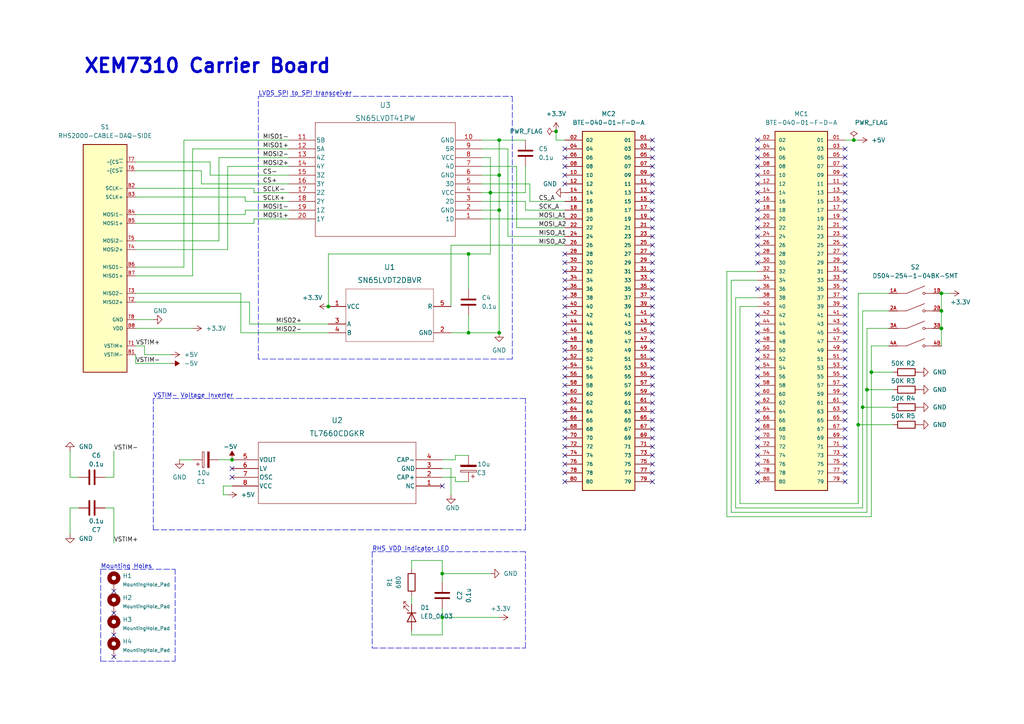
<source format=kicad_sch>
(kicad_sch (version 20211123) (generator eeschema)
  (paper "A4")
  (title_block (title "XEM7310 Carrier Board") (date "2023-12-10") (rev "1") (company "General Cybernetics Corporation"))
  (lib_symbols
    (symbol "BTE-040-01-F-D-A:BTE-040-01-F-D-A" (pin_names (offset 1.016))
      (property "Reference" "J" (at -8.12 53.34 0))
      (property "Value" "BTE-040-01-F-D-A" (at -7.62 -53.34 0))
      (symbol "BTE-040-01-F-D-A_0_0"
        (rectangle (start -7.62 -50.8) (end 7.62 53.34) (stroke (width 0.254)) (fill (type background)))
        (pin passive line (at -12.7 50.8 0) (length 5.08) (name "01") (number "01"))
        (pin passive line (at 12.7 50.8 180) (length 5.08) (name "02") (number "02"))
        (pin passive line (at -12.7 48.26 0) (length 5.08) (name "03") (number "03"))
        (pin passive line (at 12.7 48.26 180) (length 5.08) (name "04") (number "04"))
        (pin passive line (at -12.7 45.72 0) (length 5.08) (name "05") (number "05"))
        (pin passive line (at 12.7 45.72 180) (length 5.08) (name "06") (number "06"))
        (pin passive line (at -12.7 43.18 0) (length 5.08) (name "07") (number "07"))
        (pin passive line (at 12.7 43.18 180) (length 5.08) (name "08") (number "08"))
        (pin passive line (at -12.7 40.64 0) (length 5.08) (name "09") (number "09"))
        (pin passive line (at 12.7 40.64 180) (length 5.08) (name "10") (number "10"))
        (pin passive line (at -12.7 38.1 0) (length 5.08) (name "11") (number "11"))
        (pin passive line (at 12.7 38.1 180) (length 5.08) (name "12") (number "12"))
        (pin passive line (at -12.7 35.56 0) (length 5.08) (name "13") (number "13"))
        (pin passive line (at 12.7 35.56 180) (length 5.08) (name "14") (number "14"))
        (pin passive line (at -12.7 33.02 0) (length 5.08) (name "15") (number "15"))
        (pin passive line (at 12.7 33.02 180) (length 5.08) (name "16") (number "16"))
        (pin passive line (at -12.7 30.48 0) (length 5.08) (name "17") (number "17"))
        (pin passive line (at 12.7 30.48 180) (length 5.08) (name "18") (number "18"))
        (pin passive line (at -12.7 27.94 0) (length 5.08) (name "19") (number "19"))
        (pin passive line (at 12.7 27.94 180) (length 5.08) (name "20") (number "20"))
        (pin passive line (at -12.7 25.4 0) (length 5.08) (name "21") (number "21"))
        (pin passive line (at 12.7 25.4 180) (length 5.08) (name "22") (number "22"))
        (pin passive line (at -12.7 22.86 0) (length 5.08) (name "23") (number "23"))
        (pin passive line (at 12.7 22.86 180) (length 5.08) (name "24") (number "24"))
        (pin passive line (at -12.7 20.32 0) (length 5.08) (name "25") (number "25"))
        (pin passive line (at 12.7 20.32 180) (length 5.08) (name "26") (number "26"))
        (pin passive line (at -12.7 17.78 0) (length 5.08) (name "27") (number "27"))
        (pin passive line (at 12.7 17.78 180) (length 5.08) (name "28") (number "28"))
        (pin passive line (at -12.7 15.24 0) (length 5.08) (name "29") (number "29"))
        (pin passive line (at 12.7 15.24 180) (length 5.08) (name "30") (number "30"))
        (pin passive line (at -12.7 12.7 0) (length 5.08) (name "31") (number "31"))
        (pin passive line (at 12.7 12.7 180) (length 5.08) (name "32") (number "32"))
        (pin passive line (at -12.7 10.16 0) (length 5.08) (name "33") (number "33"))
        (pin passive line (at 12.7 10.16 180) (length 5.08) (name "34") (number "34"))
        (pin passive line (at -12.7 7.62 0) (length 5.08) (name "35") (number "35"))
        (pin passive line (at 12.7 7.62 180) (length 5.08) (name "36") (number "36"))
        (pin passive line (at -12.7 5.08 0) (length 5.08) (name "37") (number "37"))
        (pin passive line (at 12.7 5.08 180) (length 5.08) (name "38") (number "38"))
        (pin passive line (at -12.7 2.54 0) (length 5.08) (name "39") (number "39"))
        (pin passive line (at 12.7 2.54 180) (length 5.08) (name "40") (number "40"))
        (pin passive line (at -12.7 0 0) (length 5.08) (name "41") (number "41"))
        (pin passive line (at 12.7 0 180) (length 5.08) (name "42") (number "42"))
        (pin passive line (at -12.7 -2.54 0) (length 5.08) (name "43") (number "43"))
        (pin passive line (at 12.7 -2.54 180) (length 5.08) (name "44") (number "44"))
        (pin passive line (at -12.7 -5.08 0) (length 5.08) (name "45") (number "45"))
        (pin passive line (at 12.7 -5.08 180) (length 5.08) (name "46") (number "46"))
        (pin passive line (at -12.7 -7.62 0) (length 5.08) (name "47") (number "47"))
        (pin passive line (at 12.7 -7.62 180) (length 5.08) (name "48") (number "48"))
        (pin passive line (at -12.7 -10.16 0) (length 5.08) (name "49") (number "49"))
        (pin passive line (at 12.7 -10.16 180) (length 5.08) (name "50") (number "50"))
        (pin passive line (at -12.7 -12.7 0) (length 5.08) (name "51") (number "51"))
        (pin passive line (at 12.7 -12.7 180) (length 5.08) (name "52") (number "52"))
        (pin passive line (at -12.7 -15.24 0) (length 5.08) (name "53") (number "53"))
        (pin passive line (at 12.7 -15.24 180) (length 5.08) (name "54") (number "54"))
        (pin passive line (at -12.7 -17.78 0) (length 5.08) (name "55") (number "55"))
        (pin passive line (at 12.7 -17.78 180) (length 5.08) (name "56") (number "56"))
        (pin passive line (at -12.7 -20.32 0) (length 5.08) (name "57") (number "57"))
        (pin passive line (at 12.7 -20.32 180) (length 5.08) (name "58") (number "58"))
        (pin passive line (at -12.7 -22.86 0) (length 5.08) (name "59") (number "59"))
        (pin passive line (at 12.7 -22.86 180) (length 5.08) (name "60") (number "60"))
        (pin passive line (at -12.7 -25.4 0) (length 5.08) (name "61") (number "61"))
        (pin passive line (at 12.7 -25.4 180) (length 5.08) (name "62") (number "62"))
        (pin passive line (at -12.7 -27.94 0) (length 5.08) (name "63") (number "63"))
        (pin passive line (at 12.7 -27.94 180) (length 5.08) (name "64") (number "64"))
        (pin passive line (at -12.7 -30.48 0) (length 5.08) (name "65") (number "65"))
        (pin passive line (at 12.7 -30.48 180) (length 5.08) (name "66") (number "66"))
        (pin passive line (at -12.7 -33.02 0) (length 5.08) (name "67") (number "67"))
        (pin passive line (at 12.7 -33.02 180) (length 5.08) (name "68") (number "68"))
        (pin passive line (at -12.7 -35.56 0) (length 5.08) (name "69") (number "69"))
        (pin passive line (at 12.7 -35.56 180) (length 5.08) (name "70") (number "70"))
        (pin passive line (at -12.7 -38.1 0) (length 5.08) (name "71") (number "71"))
        (pin passive line (at 12.7 -38.1 180) (length 5.08) (name "72") (number "72"))
        (pin passive line (at -12.7 -40.64 0) (length 5.08) (name "73") (number "73"))
        (pin passive line (at 12.7 -40.64 180) (length 5.08) (name "74") (number "74"))
        (pin passive line (at -12.7 -43.18 0) (length 5.08) (name "75") (number "75"))
        (pin passive line (at 12.7 -43.18 180) (length 5.08) (name "76") (number "76"))
        (pin passive line (at -12.7 -45.72 0) (length 5.08) (name "77") (number "77"))
        (pin passive line (at 12.7 -45.72 180) (length 5.08) (name "78") (number "78"))
        (pin passive line (at -12.7 -48.26 0) (length 5.08) (name "79") (number "79"))
        (pin passive line (at 12.7 -48.26 180) (length 5.08) (name "80") (number "80"))
      )
    )
    (symbol "DS04-254-1-04BK-SMT:DS04-254-1-04BK-SMT" (pin_names (offset 1.016))
      (property "Reference" "S" (at -2.54 10.16 0))
      (property "Value" "DS04-254-1-04BK-SMT" (at -2.54 -10.16 0))
      (symbol "DS04-254-1-04BK-SMT_0_0"
        (polyline (pts (xy -2.54 -7.62) (xy -5.08 -7.62)) (stroke (width 0.1524)))
        (polyline (pts (xy -2.54 -7.62) (xy 2.794 -5.4864)) (stroke (width 0.1524)))
        (polyline (pts (xy -2.54 -2.54) (xy -5.08 -2.54)) (stroke (width 0.1524)))
        (polyline (pts (xy -2.54 -2.54) (xy 2.794 -0.4064)) (stroke (width 0.1524)))
        (polyline (pts (xy -2.54 2.54) (xy -5.08 2.54)) (stroke (width 0.1524)))
        (polyline (pts (xy -2.54 2.54) (xy 2.794 4.6736)) (stroke (width 0.1524)))
        (polyline (pts (xy -2.54 7.62) (xy -5.08 7.62)) (stroke (width 0.1524)))
        (polyline (pts (xy -2.54 7.62) (xy 2.794 9.7536)) (stroke (width 0.1524)))
        (polyline (pts (xy 5.08 -7.62) (xy 2.921 -7.62)) (stroke (width 0.1524)))
        (polyline (pts (xy 5.08 -2.54) (xy 2.921 -2.54)) (stroke (width 0.1524)))
        (polyline (pts (xy 5.08 2.54) (xy 2.921 2.54)) (stroke (width 0.1524)))
        (polyline (pts (xy 5.08 7.62) (xy 2.921 7.62)) (stroke (width 0.1524)))
        (circle (center 2.54 -7.62) (radius 0.3302) (stroke (width 0.1524)))
        (circle (center 2.54 -2.54) (radius 0.3302) (stroke (width 0.1524)))
        (circle (center 2.54 2.54) (radius 0.3302) (stroke (width 0.1524)))
        (circle (center 2.54 7.62) (radius 0.3302) (stroke (width 0.1524)))
        (pin passive line (at -7.62 7.62 0) (length 2.54) (name "~") (number "1A"))
        (pin passive line (at 7.62 7.62 180) (length 2.54) (name "~") (number "1B"))
        (pin passive line (at -7.62 2.54 0) (length 2.54) (name "~") (number "2A"))
        (pin passive line (at 7.62 2.54 180) (length 2.54) (name "~") (number "2B"))
        (pin passive line (at -7.62 -2.54 0) (length 2.54) (name "~") (number "3A"))
        (pin passive line (at 7.62 -2.54 180) (length 2.54) (name "~") (number "3B"))
        (pin passive line (at -7.62 -7.62 0) (length 2.54) (name "~") (number "4A"))
        (pin passive line (at 7.62 -7.62 180) (length 2.54) (name "~") (number "4B"))
      )
    )
    (symbol "Device:C" (pin_numbers hide) (pin_names (offset 0.254))
      (property "Reference" "C" (at 0.635 2.54 0))
      (property "Value" "C" (at 0.635 -2.54 0))
      (symbol "C_0_1"
        (polyline (pts (xy -2.032 -0.762) (xy 2.032 -0.762)) (stroke (width 0.508)))
        (polyline (pts (xy -2.032 0.762) (xy 2.032 0.762)) (stroke (width 0.508)))
      )
      (symbol "C_1_1"
        (pin passive line (at 0 3.81 270) (length 2.794) (name "~") (number "1"))
        (pin passive line (at 0 -3.81 90) (length 2.794) (name "~") (number "2"))
      )
    )
    (symbol "Device:C_Polarized" (pin_numbers hide) (pin_names (offset 0.254))
      (property "Reference" "C" (at 0.635 2.54 0))
      (property "Value" "C_Polarized" (at 0.635 -2.54 0))
      (symbol "C_Polarized_0_1"
        (rectangle (start -2.286 0.508) (end 2.286 1.016))
        (polyline (pts (xy -1.778 2.286) (xy -0.762 2.286)))
        (polyline (pts (xy -1.27 2.794) (xy -1.27 1.778)))
        (rectangle (start 2.286 -0.508) (end -2.286 -1.016) (fill (type outline)))
      )
      (symbol "C_Polarized_1_1"
        (pin passive line (at 0 3.81 270) (length 2.794) (name "~") (number "1"))
        (pin passive line (at 0 -3.81 90) (length 2.794) (name "~") (number "2"))
      )
    )
    (symbol "Device:LED" (pin_numbers hide) (pin_names (offset 1.016) hide)
      (property "Reference" "D" (at 0 2.54 0))
      (property "Value" "LED" (at 0 -2.54 0))
      (symbol "LED_0_1"
        (polyline (pts (xy -1.27 -1.27) (xy -1.27 1.27)) (stroke (width 0.254)))
        (polyline (pts (xy -1.27 0) (xy 1.27 0)))
        (polyline (pts (xy 1.27 -1.27) (xy 1.27 1.27) (xy -1.27 0) (xy 1.27 -1.27)) (stroke (width 0.254)))
        (polyline (pts (xy -3.048 -0.762) (xy -4.572 -2.286) (xy -3.81 -2.286) (xy -4.572 -2.286) (xy -4.572 -1.524)))
        (polyline (pts (xy -1.778 -0.762) (xy -3.302 -2.286) (xy -2.54 -2.286) (xy -3.302 -2.286) (xy -3.302 -1.524)))
      )
      (symbol "LED_1_1"
        (pin passive line (at -3.81 0 0) (length 2.54) (name "K") (number "1"))
        (pin passive line (at 3.81 0 180) (length 2.54) (name "A") (number "2"))
      )
    )
    (symbol "Device:R" (pin_numbers hide) (pin_names (offset 0))
      (property "Reference" "R" (at 2.032 0 90))
      (property "Value" "R" (at 0 0 90))
      (symbol "R_0_1"
        (rectangle (start -1.016 -2.54) (end 1.016 2.54) (stroke (width 0.254)))
      )
      (symbol "R_1_1"
        (pin passive line (at 0 3.81 270) (length 1.27) (name "~") (number "1"))
        (pin passive line (at 0 -3.81 90) (length 1.27) (name "~") (number "2"))
      )
    )
    (symbol "LVDT2:SN65LVDT2DBVR" (pin_names (offset 0.254))
      (property "Reference" "U" (at 0 2.54 0))
      (property "Value" "SN65LVDT2DBVR" (at 0 0 0))
      (symbol "SN65LVDT2DBVR_0_1"
        (polyline (pts (xy -12.7 -7.62) (xy 12.7 -7.62)) (stroke (width 0.1016)))
        (polyline (pts (xy -12.7 7.62) (xy -12.7 -7.62)) (stroke (width 0.1016)))
        (polyline (pts (xy 12.7 -7.62) (xy 12.7 7.62)) (stroke (width 0.1016)))
        (polyline (pts (xy 12.7 7.62) (xy -12.7 7.62)) (stroke (width 0.1016)))
        (pin unspecified line (at -17.78 2.54 0) (length 5.08) (name "VCC") (number "1"))
        (pin power_in line (at 17.78 -5.08 180) (length 5.08) (name "GND") (number "2"))
        (pin input line (at -17.78 -2.54 0) (length 5.08) (name "A") (number "3"))
        (pin input line (at -17.78 -5.08 0) (length 5.08) (name "B") (number "4"))
        (pin output line (at 17.78 2.54 180) (length 5.08) (name "R") (number "5"))
      )
    )
    (symbol "LVDT41:SN65LVDT41PW" (pin_names (offset 0.254))
      (property "Reference" "U" (at 27.94 10.16 0))
      (property "Value" "SN65LVDT41PW" (at 27.94 7.62 0))
      (symbol "SN65LVDT41PW_0_1"
        (polyline (pts (xy 7.62 -27.94) (xy 48.26 -27.94)) (stroke (width 0.127)))
        (polyline (pts (xy 7.62 5.08) (xy 7.62 -27.94)) (stroke (width 0.127)))
        (polyline (pts (xy 48.26 -27.94) (xy 48.26 5.08)) (stroke (width 0.127)))
        (polyline (pts (xy 48.26 5.08) (xy 7.62 5.08)) (stroke (width 0.127)))
        (pin input line (at 0 0 0) (length 7.62) (name "1D") (number "1"))
        (pin power_in line (at 0 -22.86 0) (length 7.62) (name "GND") (number "10"))
        (pin input line (at 55.88 -22.86 180) (length 7.62) (name "5B") (number "11"))
        (pin input line (at 55.88 -20.32 180) (length 7.62) (name "5A") (number "12"))
        (pin output line (at 55.88 -17.78 180) (length 7.62) (name "4Z") (number "13"))
        (pin output line (at 55.88 -15.24 180) (length 7.62) (name "4Y") (number "14"))
        (pin output line (at 55.88 -12.7 180) (length 7.62) (name "3Z") (number "15"))
        (pin output line (at 55.88 -10.16 180) (length 7.62) (name "3Y") (number "16"))
        (pin output line (at 55.88 -7.62 180) (length 7.62) (name "2Z") (number "17"))
        (pin output line (at 55.88 -5.08 180) (length 7.62) (name "2Y") (number "18"))
        (pin output line (at 55.88 -2.54 180) (length 7.62) (name "1Z") (number "19"))
        (pin power_in line (at 0 -2.54 0) (length 7.62) (name "GND") (number "2"))
        (pin output line (at 55.88 0 180) (length 7.62) (name "1Y") (number "20"))
        (pin input line (at 0 -5.08 0) (length 7.62) (name "2D") (number "3"))
        (pin power_in line (at 0 -7.62 0) (length 7.62) (name "VCC") (number "4"))
        (pin input line (at 0 -10.16 0) (length 7.62) (name "3D") (number "5"))
        (pin power_in line (at 0 -12.7 0) (length 7.62) (name "GND") (number "6"))
        (pin input line (at 0 -15.24 0) (length 7.62) (name "4D") (number "7"))
        (pin power_in line (at 0 -17.78 0) (length 7.62) (name "VCC") (number "8"))
        (pin input line (at 0 -20.32 0) (length 7.62) (name "5R") (number "9"))
      )
    )
    (symbol "Mechanical:MountingHole_Pad" (pin_numbers hide) (pin_names (offset 1.016) hide)
      (property "Reference" "H" (at 0 6.35 0))
      (property "Value" "MountingHole_Pad" (at 0 4.445 0))
      (symbol "MountingHole_Pad_0_1"
        (circle (center 0 1.27) (radius 1.27) (stroke (width 1.27)))
      )
      (symbol "MountingHole_Pad_1_1"
        (pin input line (at 0 -2.54 90) (length 2.54) (name "1") (number "1"))
      )
    )
    (symbol "RHS2000-CABLE-DAQ-SIDE:RHS2000-CABLE-DAQ-SIDE" (pin_names (offset 1.016))
      (property "Reference" "S" (at 33.02 -8.89 0))
      (property "Value" "RHS2000-CABLE-DAQ-SIDE" (at -33.02 -8.89 0))
      (symbol "RHS2000-CABLE-DAQ-SIDE_0_0"
        (rectangle (start -33.02 -7.62) (end 33.02 5.08) (stroke (width 0.254)) (fill (type background)))
        (pin power_in line (at 27.94 7.62 270) (length 2.54) (name "VSTIM-") (number "B1"))
        (pin bidirectional line (at -20.32 7.62 270) (length 2.54) (name "SCLK-") (number "B2"))
        (pin bidirectional line (at -17.78 7.62 270) (length 2.54) (name "SCLK+") (number "B3"))
        (pin bidirectional line (at -12.7 7.62 270) (length 2.54) (name "MOSI1-") (number "B4"))
        (pin bidirectional line (at -10.16 7.62 270) (length 2.54) (name "MOSI1+") (number "B5"))
        (pin bidirectional line (at 2.54 7.62 270) (length 2.54) (name "MISO1-") (number "B6"))
        (pin bidirectional line (at 5.08 7.62 270) (length 2.54) (name "MISO1+") (number "B7"))
        (pin bidirectional line (at 20.32 7.62 270) (length 2.54) (name "VDD") (number "B8"))
        (pin power_in line (at 25.4 7.62 270) (length 2.54) (name "VSTIM+") (number "T1"))
        (pin bidirectional line (at 12.7 7.62 270) (length 2.54) (name "MISO2+") (number "T2"))
        (pin bidirectional line (at 10.16 7.62 270) (length 2.54) (name "MISO2-") (number "T3"))
        (pin bidirectional line (at -2.54 7.62 270) (length 2.54) (name "MOSI2+") (number "T4"))
        (pin bidirectional line (at -5.08 7.62 270) (length 2.54) (name "MOSI2-") (number "T5"))
        (pin bidirectional line (at -25.4 7.62 270) (length 2.54) (name "~{CS~{+}") (number "T6"))
        (pin bidirectional line (at -27.94 7.62 270) (length 2.54) (name "~{CS~{-}") (number "T7"))
        (pin power_in line (at 17.78 7.62 270) (length 2.54) (name "GND") (number "T8"))
      )
    )
    (symbol "TL7660:TL7660CDGKR" (pin_names (offset 0.254))
      (property "Reference" "U" (at 30.48 10.16 0))
      (property "Value" "TL7660CDGKR" (at 30.48 7.62 0))
      (symbol "TL7660CDGKR_0_1"
        (polyline (pts (xy 7.62 -12.7) (xy 53.34 -12.7)) (stroke (width 0.127)))
        (polyline (pts (xy 7.62 5.08) (xy 7.62 -12.7)) (stroke (width 0.127)))
        (polyline (pts (xy 53.34 -12.7) (xy 53.34 5.08)) (stroke (width 0.127)))
        (polyline (pts (xy 53.34 5.08) (xy 7.62 5.08)) (stroke (width 0.127)))
        (pin unspecified line (at 0 0 0) (length 7.62) (name "NC") (number "1"))
        (pin unspecified line (at 0 -2.54 0) (length 7.62) (name "CAP+") (number "2"))
        (pin power_in line (at 0 -5.08 0) (length 7.62) (name "GND") (number "3"))
        (pin unspecified line (at 0 -7.62 0) (length 7.62) (name "CAP-") (number "4"))
        (pin output line (at 60.96 -7.62 180) (length 7.62) (name "VOUT") (number "5"))
        (pin unspecified line (at 60.96 -5.08 180) (length 7.62) (name "LV") (number "6"))
        (pin unspecified line (at 60.96 -2.54 180) (length 7.62) (name "OSC") (number "7"))
        (pin power_in line (at 60.96 0 180) (length 7.62) (name "VCC") (number "8"))
      )
    )
    (symbol "power:+3.3V" (power) (pin_names (offset 0))
      (property "Value" "+3.3V" (at 0 3.556 0))
      (symbol "+3.3V_0_1"
        (polyline (pts (xy -0.762 1.27) (xy 0 2.54)))
        (polyline (pts (xy 0 0) (xy 0 2.54)))
        (polyline (pts (xy 0 2.54) (xy 0.762 1.27)))
      )
      (symbol "+3.3V_1_1"
        (pin power_in line (at 0 0 90) (length 0) hide (name "+3.3V") (number "1"))
      )
    )
    (symbol "power:+5V" (power) (pin_names (offset 0))
      (property "Value" "+5V" (at 0 3.556 0))
      (symbol "+5V_0_1"
        (polyline (pts (xy -0.762 1.27) (xy 0 2.54)))
        (polyline (pts (xy 0 0) (xy 0 2.54)))
        (polyline (pts (xy 0 2.54) (xy 0.762 1.27)))
      )
      (symbol "+5V_1_1"
        (pin power_in line (at 0 0 90) (length 0) hide (name "+5V") (number "1"))
      )
    )
    (symbol "power:-5V" (power) (pin_names (offset 0))
      (property "Value" "-5V" (at 0 3.81 0))
      (symbol "-5V_0_0"
        (pin power_in line (at 0 0 90) (length 0) hide (name "-5V") (number "1"))
      )
      (symbol "-5V_0_1"
        (polyline (pts (xy 0 0) (xy 0 1.27) (xy 0.762 1.27) (xy 0 2.54) (xy -0.762 1.27) (xy 0 1.27)) (fill (type outline)))
      )
    )
    (symbol "power:GND" (power) (pin_names (offset 0))
      (property "Value" "GND" (at 0 -3.81 0))
      (symbol "GND_0_1"
        (polyline (pts (xy 0 0) (xy 0 -1.27) (xy 1.27 -1.27) (xy 0 -2.54) (xy -1.27 -1.27) (xy 0 -1.27)))
      )
      (symbol "GND_1_1"
        (pin power_in line (at 0 0 270) (length 0) hide (name "GND") (number "1"))
      )
    )
    (symbol "power:PWR_FLAG" (power) (pin_numbers hide) (pin_names (offset 0) hide)
      (property "Value" "PWR_FLAG" (at 0 3.81 0))
      (symbol "PWR_FLAG_0_0"
        (pin power_out line (at 0 0 90) (length 0) (name "pwr") (number "1"))
      )
      (symbol "PWR_FLAG_0_1"
        (polyline (pts (xy 0 0) (xy 0 1.27) (xy -1.016 1.905) (xy 0 2.54) (xy 1.016 1.905) (xy 0 1.27)))
      )
    )
  )
  (junction (at 144.78 96.52))
  (junction (at 161.29 38.1))
  (junction (at 135.89 73.66))
  (junction (at 273.05 90.17))
  (junction (at 251.46 113.03))
  (junction (at 273.05 85.09))
  (junction (at 144.78 60.96))
  (junction (at 252.73 107.95))
  (junction (at 128.27 179.07))
  (junction (at 273.05 95.25))
  (junction (at 128.27 166.37))
  (junction (at 135.89 96.52))
  (junction (at 247.65 40.64))
  (junction (at 95.25 88.9))
  (junction (at 250.19 118.11))
  (junction (at 248.92 123.19))
  (junction (at 142.24 55.88))
  (junction (at 144.78 40.64))
  (junction (at 144.78 50.8))
  (junction (at 67.31 133.35))
  (no_connect (at 219.71 116.84))
  (no_connect (at 189.23 106.68))
  (no_connect (at 163.83 91.44))
  (no_connect (at 219.71 73.66))
  (no_connect (at 163.83 99.06))
  (no_connect (at 189.23 55.88))
  (no_connect (at 163.83 132.08))
  (no_connect (at 163.83 48.26))
  (no_connect (at 245.11 48.26))
  (no_connect (at 163.83 53.34))
  (no_connect (at 245.11 68.58))
  (no_connect (at 163.83 43.18))
  (no_connect (at 245.11 43.18))
  (no_connect (at 189.23 129.54))
  (no_connect (at 189.23 91.44))
  (no_connect (at 245.11 73.66))
  (no_connect (at 189.23 73.66))
  (no_connect (at 219.71 53.34))
  (no_connect (at 163.83 96.52))
  (no_connect (at 33.02 190.5))
  (no_connect (at 245.11 106.68))
  (no_connect (at 189.23 81.28))
  (no_connect (at 219.71 63.5))
  (no_connect (at 189.23 45.72))
  (no_connect (at 219.71 109.22))
  (no_connect (at 189.23 68.58))
  (no_connect (at 189.23 88.9))
  (no_connect (at 163.83 83.82))
  (no_connect (at 245.11 60.96))
  (no_connect (at 245.11 50.8))
  (no_connect (at 219.71 129.54))
  (no_connect (at 245.11 93.98))
  (no_connect (at 219.71 101.6))
  (no_connect (at 163.83 134.62))
  (no_connect (at 219.71 45.72))
  (no_connect (at 245.11 134.62))
  (no_connect (at 189.23 134.62))
  (no_connect (at 189.23 58.42))
  (no_connect (at 163.83 73.66))
  (no_connect (at 245.11 114.3))
  (no_connect (at 189.23 43.18))
  (no_connect (at 189.23 127))
  (no_connect (at 189.23 96.52))
  (no_connect (at 163.83 116.84))
  (no_connect (at 219.71 93.98))
  (no_connect (at 245.11 53.34))
  (no_connect (at 163.83 111.76))
  (no_connect (at 245.11 71.12))
  (no_connect (at 189.23 114.3))
  (no_connect (at 245.11 86.36))
  (no_connect (at 219.71 43.18))
  (no_connect (at 245.11 91.44))
  (no_connect (at 163.83 45.72))
  (no_connect (at 245.11 109.22))
  (no_connect (at 163.83 137.16))
  (no_connect (at 189.23 71.12))
  (no_connect (at 245.11 99.06))
  (no_connect (at 245.11 55.88))
  (no_connect (at 163.83 88.9))
  (no_connect (at 189.23 60.96))
  (no_connect (at 33.02 177.8))
  (no_connect (at 189.23 86.36))
  (no_connect (at 189.23 99.06))
  (no_connect (at 163.83 109.22))
  (no_connect (at 245.11 81.28))
  (no_connect (at 163.83 114.3))
  (no_connect (at 245.11 137.16))
  (no_connect (at 219.71 114.3))
  (no_connect (at 219.71 83.82))
  (no_connect (at 67.31 135.89))
  (no_connect (at 219.71 127))
  (no_connect (at 219.71 111.76))
  (no_connect (at 163.83 106.68))
  (no_connect (at 219.71 55.88))
  (no_connect (at 163.83 119.38))
  (no_connect (at 163.83 121.92))
  (no_connect (at 33.02 184.15))
  (no_connect (at 245.11 88.9))
  (no_connect (at 219.71 91.44))
  (no_connect (at 189.23 104.14))
  (no_connect (at 219.71 121.92))
  (no_connect (at 219.71 134.62))
  (no_connect (at 219.71 48.26))
  (no_connect (at 189.23 83.82))
  (no_connect (at 219.71 104.14))
  (no_connect (at 219.71 58.42))
  (no_connect (at 219.71 99.06))
  (no_connect (at 245.11 116.84))
  (no_connect (at 245.11 124.46))
  (no_connect (at 219.71 96.52))
  (no_connect (at 219.71 119.38))
  (no_connect (at 163.83 50.8))
  (no_connect (at 245.11 119.38))
  (no_connect (at 33.02 171.45))
  (no_connect (at 163.83 104.14))
  (no_connect (at 163.83 124.46))
  (no_connect (at 245.11 45.72))
  (no_connect (at 245.11 78.74))
  (no_connect (at 219.71 66.04))
  (no_connect (at 163.83 139.7))
  (no_connect (at 219.71 50.8))
  (no_connect (at 245.11 58.42))
  (no_connect (at 189.23 124.46))
  (no_connect (at 219.71 68.58))
  (no_connect (at 189.23 50.8))
  (no_connect (at 219.71 71.12))
  (no_connect (at 245.11 66.04))
  (no_connect (at 219.71 124.46))
  (no_connect (at 189.23 53.34))
  (no_connect (at 245.11 83.82))
  (no_connect (at 189.23 137.16))
  (no_connect (at 219.71 132.08))
  (no_connect (at 163.83 78.74))
  (no_connect (at 128.27 140.97))
  (no_connect (at 245.11 76.2))
  (no_connect (at 245.11 121.92))
  (no_connect (at 245.11 127))
  (no_connect (at 245.11 104.14))
  (no_connect (at 189.23 48.26))
  (no_connect (at 189.23 93.98))
  (no_connect (at 245.11 101.6))
  (no_connect (at 163.83 129.54))
  (no_connect (at 219.71 139.7))
  (no_connect (at 189.23 132.08))
  (no_connect (at 219.71 60.96))
  (no_connect (at 189.23 63.5))
  (no_connect (at 189.23 101.6))
  (no_connect (at 245.11 96.52))
  (no_connect (at 189.23 119.38))
  (no_connect (at 189.23 40.64))
  (no_connect (at 219.71 106.68))
  (no_connect (at 219.71 40.64))
  (no_connect (at 189.23 116.84))
  (no_connect (at 219.71 137.16))
  (no_connect (at 189.23 78.74))
  (no_connect (at 163.83 93.98))
  (no_connect (at 189.23 111.76))
  (no_connect (at 219.71 76.2))
  (no_connect (at 189.23 76.2))
  (no_connect (at 163.83 101.6))
  (no_connect (at 245.11 139.7))
  (no_connect (at 163.83 81.28))
  (no_connect (at 189.23 121.92))
  (no_connect (at 163.83 86.36))
  (no_connect (at 163.83 127))
  (no_connect (at 189.23 109.22))
  (no_connect (at 245.11 63.5))
  (no_connect (at 245.11 111.76))
  (no_connect (at 245.11 129.54))
  (no_connect (at 245.11 132.08))
  (no_connect (at 67.31 138.43))
  (no_connect (at 189.23 139.7))
  (no_connect (at 189.23 66.04))
  (no_connect (at 163.83 76.2))
  (wire (pts (xy 60.96 50.8) (xy 83.82 50.8)))
  (wire (pts (xy 139.7 60.96) (xy 144.78 60.96)))
  (wire (pts (xy 119.38 162.56) (xy 128.27 162.56)))
  (wire (pts (xy 153.67 58.42) (xy 163.83 58.42)))
  (wire (pts (xy 139.7 53.34) (xy 153.67 53.34)))
  (wire (pts (xy 63.5 45.72) (xy 63.5 69.85)))
  (wire (pts (xy 58.42 53.34) (xy 83.82 53.34)))
  (wire (pts (xy 132.08 138.43) (xy 128.27 138.43)))
  (wire (pts (xy 72.39 87.63) (xy 39.37 87.63)))
  (wire (pts (xy 64.77 140.97) (xy 67.31 140.97)))
  (wire (pts (xy 130.81 96.52) (xy 135.89 96.52)))
  (wire (pts (xy 95.25 93.98) (xy 72.39 93.98)))
  (wire (pts (xy 83.82 60.96) (xy 71.12 60.96)))
  (wire (pts (xy 128.27 166.37) (xy 142.24 166.37)))
  (wire (pts (xy 39.37 72.39) (xy 66.04 72.39)))
  (wire (pts (xy 130.81 135.89) (xy 130.81 143.51)))
  (wire (pts (xy 53.34 40.64) (xy 53.34 77.47)))
  (wire (pts (xy 144.78 40.64) (xy 144.78 50.8)))
  (wire (pts (xy 119.38 182.88) (xy 119.38 184.15)))
  (wire (pts (xy 250.19 147.32) (xy 213.36 147.32)))
  (wire (pts (xy 95.25 88.9) (xy 95.25 73.66)))
  (polyline (pts (xy 107.95 187.96) (xy 152.4 187.96)))
  (wire (pts (xy 128.27 162.56) (xy 128.27 166.37)))
  (wire (pts (xy 250.19 90.17) (xy 257.81 90.17)))
  (wire (pts (xy 39.37 92.71) (xy 44.45 92.71)))
  (wire (pts (xy 41.91 102.87) (xy 49.53 102.87)))
  (wire (pts (xy 142.24 55.88) (xy 139.7 55.88)))
  (polyline (pts (xy 152.4 160.02) (xy 107.95 160.02)))
  (wire (pts (xy 83.82 45.72) (xy 63.5 45.72)))
  (wire (pts (xy 248.92 123.19) (xy 248.92 146.05)))
  (polyline (pts (xy 29.21 165.1) (xy 50.8 165.1)))
  (wire (pts (xy 210.82 149.86) (xy 210.82 78.74)))
  (wire (pts (xy 161.29 40.64) (xy 161.29 38.1)))
  (wire (pts (xy 152.4 48.26) (xy 152.4 55.88)))
  (polyline (pts (xy 44.45 153.67) (xy 152.4 153.67)))
  (wire (pts (xy 275.59 85.09) (xy 273.05 85.09)))
  (polyline (pts (xy 152.4 153.67) (xy 152.4 115.57)))
  (wire (pts (xy 147.32 68.58) (xy 163.83 68.58)))
  (wire (pts (xy 128.27 176.53) (xy 128.27 179.07)))
  (wire (pts (xy 71.12 60.96) (xy 71.12 62.23)))
  (wire (pts (xy 139.7 45.72) (xy 142.24 45.72)))
  (wire (pts (xy 152.4 58.42) (xy 139.7 58.42)))
  (polyline (pts (xy 152.4 187.96) (xy 152.4 160.02)))
  (wire (pts (xy 128.27 179.07) (xy 144.78 179.07)))
  (wire (pts (xy 147.32 43.18) (xy 147.32 68.58)))
  (wire (pts (xy 20.32 130.81) (xy 20.32 138.43)))
  (wire (pts (xy 245.11 40.64) (xy 247.65 40.64)))
  (wire (pts (xy 72.39 93.98) (xy 72.39 87.63)))
  (wire (pts (xy 144.78 96.52) (xy 144.78 60.96)))
  (wire (pts (xy 58.42 53.34) (xy 58.42 49.53)))
  (wire (pts (xy 55.88 43.18) (xy 55.88 80.01)))
  (wire (pts (xy 152.4 55.88) (xy 142.24 55.88)))
  (wire (pts (xy 251.46 148.59) (xy 212.09 148.59)))
  (wire (pts (xy 132.08 138.43) (xy 132.08 139.7)))
  (wire (pts (xy 144.78 50.8) (xy 139.7 50.8)))
  (wire (pts (xy 30.48 147.32) (xy 33.02 147.32)))
  (wire (pts (xy 248.92 123.19) (xy 259.08 123.19)))
  (wire (pts (xy 210.82 78.74) (xy 219.71 78.74)))
  (wire (pts (xy 73.66 54.61) (xy 73.66 55.88)))
  (wire (pts (xy 95.25 73.66) (xy 135.89 73.66)))
  (wire (pts (xy 135.89 73.66) (xy 142.24 73.66)))
  (wire (pts (xy 250.19 118.11) (xy 259.08 118.11)))
  (wire (pts (xy 251.46 95.25) (xy 257.81 95.25)))
  (wire (pts (xy 64.77 143.51) (xy 66.04 143.51)))
  (wire (pts (xy 163.83 40.64) (xy 161.29 40.64)))
  (wire (pts (xy 252.73 149.86) (xy 210.82 149.86)))
  (wire (pts (xy 128.27 179.07) (xy 128.27 184.15)))
  (wire (pts (xy 149.86 66.04) (xy 149.86 48.26)))
  (wire (pts (xy 248.92 85.09) (xy 257.81 85.09)))
  (wire (pts (xy 83.82 40.64) (xy 53.34 40.64)))
  (wire (pts (xy 214.63 88.9) (xy 219.71 88.9)))
  (wire (pts (xy 139.7 63.5) (xy 163.83 63.5)))
  (wire (pts (xy 132.08 133.35) (xy 128.27 133.35)))
  (wire (pts (xy 251.46 113.03) (xy 251.46 148.59)))
  (wire (pts (xy 251.46 95.25) (xy 251.46 113.03)))
  (wire (pts (xy 252.73 107.95) (xy 259.08 107.95)))
  (wire (pts (xy 128.27 135.89) (xy 130.81 135.89)))
  (wire (pts (xy 163.83 71.12) (xy 130.81 71.12)))
  (wire (pts (xy 132.08 139.7) (xy 135.89 139.7)))
  (wire (pts (xy 250.19 90.17) (xy 250.19 118.11)))
  (wire (pts (xy 247.65 40.64) (xy 248.92 40.64)))
  (wire (pts (xy 39.37 54.61) (xy 73.66 54.61)))
  (wire (pts (xy 135.89 96.52) (xy 144.78 96.52)))
  (wire (pts (xy 63.5 133.35) (xy 67.31 133.35)))
  (wire (pts (xy 273.05 85.09) (xy 273.05 90.17)))
  (wire (pts (xy 69.85 96.52) (xy 69.85 85.09)))
  (wire (pts (xy 71.12 62.23) (xy 39.37 62.23)))
  (wire (pts (xy 248.92 85.09) (xy 248.92 123.19)))
  (wire (pts (xy 64.77 143.51) (xy 64.77 140.97)))
  (polyline (pts (xy 148.59 104.14) (xy 74.93 104.14)))
  (wire (pts (xy 39.37 95.25) (xy 55.88 95.25)))
  (wire (pts (xy 248.92 146.05) (xy 214.63 146.05)))
  (wire (pts (xy 33.02 157.48) (xy 33.02 147.32)))
  (polyline (pts (xy 148.59 27.94) (xy 148.59 104.14)))
  (polyline (pts (xy 44.45 115.57) (xy 44.45 153.67)))
  (wire (pts (xy 152.4 60.96) (xy 152.4 58.42)))
  (wire (pts (xy 252.73 107.95) (xy 252.73 149.86)))
  (wire (pts (xy 22.86 138.43) (xy 20.32 138.43)))
  (polyline (pts (xy 152.4 115.57) (xy 44.45 115.57)))
  (wire (pts (xy 83.82 43.18) (xy 55.88 43.18)))
  (wire (pts (xy 83.82 63.5) (xy 73.66 63.5)))
  (wire (pts (xy 73.66 64.77) (xy 39.37 64.77)))
  (wire (pts (xy 149.86 48.26) (xy 139.7 48.26)))
  (wire (pts (xy 71.12 57.15) (xy 71.12 58.42)))
  (wire (pts (xy 132.08 132.08) (xy 135.89 132.08)))
  (wire (pts (xy 53.34 77.47) (xy 39.37 77.47)))
  (wire (pts (xy 39.37 46.99) (xy 60.96 46.99)))
  (wire (pts (xy 212.09 148.59) (xy 212.09 81.28)))
  (polyline (pts (xy 74.93 104.14) (xy 74.93 27.94)))
  (wire (pts (xy 251.46 113.03) (xy 259.08 113.03)))
  (wire (pts (xy 39.37 105.41) (xy 39.37 102.87)))
  (wire (pts (xy 52.07 133.35) (xy 55.88 133.35)))
  (wire (pts (xy 55.88 80.01) (xy 39.37 80.01)))
  (wire (pts (xy 128.27 166.37) (xy 128.27 168.91)))
  (wire (pts (xy 73.66 55.88) (xy 83.82 55.88)))
  (wire (pts (xy 95.25 96.52) (xy 69.85 96.52)))
  (wire (pts (xy 153.67 53.34) (xy 153.67 58.42)))
  (wire (pts (xy 142.24 73.66) (xy 142.24 55.88)))
  (wire (pts (xy 214.63 146.05) (xy 214.63 88.9)))
  (polyline (pts (xy 107.95 160.02) (xy 107.95 187.96)))
  (wire (pts (xy 213.36 86.36) (xy 219.71 86.36)))
  (wire (pts (xy 73.66 63.5) (xy 73.66 64.77)))
  (wire (pts (xy 250.19 118.11) (xy 250.19 147.32)))
  (wire (pts (xy 58.42 49.53) (xy 39.37 49.53)))
  (wire (pts (xy 69.85 85.09) (xy 39.37 85.09)))
  (wire (pts (xy 66.04 48.26) (xy 66.04 72.39)))
  (polyline (pts (xy 29.21 165.1) (xy 29.21 191.77)))
  (wire (pts (xy 144.78 60.96) (xy 144.78 50.8)))
  (wire (pts (xy 144.78 40.64) (xy 152.4 40.64)))
  (wire (pts (xy 83.82 48.26) (xy 66.04 48.26)))
  (wire (pts (xy 139.7 43.18) (xy 147.32 43.18)))
  (wire (pts (xy 119.38 172.72) (xy 119.38 175.26)))
  (wire (pts (xy 139.7 40.64) (xy 144.78 40.64)))
  (wire (pts (xy 119.38 165.1) (xy 119.38 162.56)))
  (wire (pts (xy 39.37 105.41) (xy 49.53 105.41)))
  (wire (pts (xy 30.48 138.43) (xy 33.02 138.43)))
  (wire (pts (xy 60.96 46.99) (xy 60.96 50.8)))
  (wire (pts (xy 135.89 91.44) (xy 135.89 96.52)))
  (wire (pts (xy 22.86 147.32) (xy 20.32 147.32)))
  (polyline (pts (xy 74.93 27.94) (xy 148.59 27.94)))
  (wire (pts (xy 41.91 102.87) (xy 41.91 100.33)))
  (wire (pts (xy 33.02 130.81) (xy 33.02 138.43)))
  (wire (pts (xy 128.27 184.15) (xy 119.38 184.15)))
  (wire (pts (xy 163.83 60.96) (xy 152.4 60.96)))
  (wire (pts (xy 135.89 73.66) (xy 135.89 83.82)))
  (wire (pts (xy 213.36 147.32) (xy 213.36 86.36)))
  (wire (pts (xy 132.08 133.35) (xy 132.08 132.08)))
  (polyline (pts (xy 50.8 191.77) (xy 50.8 165.1)))
  (wire (pts (xy 39.37 100.33) (xy 41.91 100.33)))
  (wire (pts (xy 273.05 95.25) (xy 273.05 100.33)))
  (polyline (pts (xy 29.21 191.77) (xy 50.8 191.77)))
  (wire (pts (xy 212.09 81.28) (xy 219.71 81.28)))
  (wire (pts (xy 71.12 58.42) (xy 83.82 58.42)))
  (wire (pts (xy 252.73 100.33) (xy 257.81 100.33)))
  (wire (pts (xy 252.73 100.33) (xy 252.73 107.95)))
  (wire (pts (xy 130.81 71.12) (xy 130.81 88.9)))
  (wire (pts (xy 63.5 69.85) (xy 39.37 69.85)))
  (wire (pts (xy 142.24 45.72) (xy 142.24 55.88)))
  (wire (pts (xy 20.32 154.94) (xy 20.32 147.32)))
  (wire (pts (xy 273.05 90.17) (xy 273.05 95.25)))
  (wire (pts (xy 163.83 66.04) (xy 149.86 66.04)))
  (wire (pts (xy 39.37 57.15) (xy 71.12 57.15)))
  (text "XEM7310 Carrier Board" (at 24.13 21.59 0) (effects (font (size 4 4) (thickness 0.8) bold) (justify left bottom)))
  (text "Mounting Holes" (at 29.21 165.1 0) (effects (font (size 1.27 1.27)) (justify left bottom)))
  (text "RHS VDD Indicator LED" (at 107.95 160.02 0) (effects (font (size 1.27 1.27)) (justify left bottom)))
  (text "LVDS SPI to SPI transceiver" (at 74.93 27.94 0) (effects (font (size 1.27 1.27)) (justify left bottom)))
  (text "VSTIM- Voltage Inverter" (at 44.45 115.57 0) (effects (font (size 1.27 1.27)) (justify left bottom)))
  (label "MOSI1+" (at 76.2 63.5 0))
  (label "VSTIM-" (at 39.37 105.41 0))
  (label "MOSI2-" (at 76.2 45.72 0))
  (label "MOSI2+" (at 76.2 48.26 0))
  (label "VSTIM+" (at 39.37 100.33 0))
  (label "VSTIM-" (at 33.02 130.81 0))
  (label "MOSI_A2" (at 156.21 66.04 0))
  (label "MOSI1-" (at 76.2 60.96 0))
  (label "MOSI_A1" (at 156.21 63.5 0))
  (label "CS+" (at 76.2 53.34 0))
  (label "MISO_A2" (at 156.21 71.12 0))
  (label "CS-" (at 76.2 50.8 0))
  (label "SCLK+" (at 76.2 58.42 0))
  (label "MISO1+" (at 76.2 43.18 0))
  (label "MISO2+" (at 80.01 93.98 0))
  (label "MISO1-" (at 76.2 40.64 0))
  (label "MISO2-" (at 80.01 96.52 0))
  (label "SCK_A" (at 156.21 60.96 0))
  (label "SCLK-" (at 76.2 55.88 0))
  (label "MISO_A1" (at 156.21 68.58 0))
  (label "VSTIM+" (at 33.02 157.48 0))
  (label "CS_A" (at 156.21 58.42 0))
  (symbol (lib_id "Device:LED") (at 119.38 179.07 270) (unit 1)
    (property "Reference" "D1" (at 121.92 176.2124 90) (effects (justify left)))
    (property "Value" "LED_0603" (at 121.92 178.7524 90) (effects (justify left)))
    (property "Footprint" "LED_SMD:LED_0603_1608Metric" (effects hide))
  )
  (symbol (lib_id "Mechanical:MountingHole_Pad") (at 33.02 168.91 0) (unit 1)
    (property "Reference" "H1" (at 35.56 167.0049 0) (effects (justify left)))
    (property "Value" "MountingHole_Pad" (at 35.56 169.545 0) (effects (font (size 1 1)) (justify left)))
    (property "Footprint" "MountingHole:MountingHole_2.7mm_M2.5_DIN965_Pad" (effects hide))
  )
  (symbol (lib_id "power:GND") (at 44.45 92.71 90) (unit 1)
    (property "Reference" "#PWR02" (effects hide))
    (property "Value" "GND" (at 44.45 90.17 90) (effects (justify right)))
  )
  (symbol (lib_id "Device:R") (at 119.38 168.91 180) (unit 1)
    (property "Reference" "R1" (at 113.03 168.91 90))
    (property "Value" "680" (at 115.57 168.91 90))
    (property "Footprint" "Resistor_SMD:R_0603_1608Metric" (effects hide))
  )
  (symbol (lib_id "power:-5V") (at 49.53 105.41 270) (unit 1)
    (property "Reference" "#PWR0106" (effects hide))
    (property "Value" "-5V" (at 53.34 105.4099 90) (effects (justify left)))
  )
  (symbol (lib_id "power:GND") (at 266.7 118.11 90) (unit 1)
    (property "Reference" "#PWR014" (effects hide))
    (property "Value" "GND" (at 270.51 118.1099 90) (effects (justify right)))
  )
  (symbol (lib_id "Device:C") (at 26.67 147.32 90) (mirror x) (unit 1)
    (property "Reference" "C7" (at 27.94 153.67 90))
    (property "Value" "0.1u" (at 27.94 151.13 90))
    (property "Footprint" "Capacitor_SMD:C_0402_1005Metric" (effects hide))
  )
  (symbol (lib_id "power:GND") (at 163.83 55.88 270) (unit 1)
    (property "Reference" "#PWR010" (effects hide))
    (property "Value" "GND" (at 157.48 53.34 90) (effects (justify left)))
  )
  (symbol (lib_id "Device:R") (at 262.89 113.03 90) (unit 1)
    (property "Reference" "R3" (at 264.16 110.49 90))
    (property "Value" "50K" (at 260.35 110.49 90))
    (property "Footprint" "Resistor_SMD:R_0603_1608Metric" (effects hide))
  )
  (symbol (lib_id "Mechanical:MountingHole_Pad") (at 33.02 175.26 0) (unit 1)
    (property "Reference" "H2" (at 35.56 173.3549 0) (effects (justify left)))
    (property "Value" "MountingHole_Pad" (at 35.56 175.895 0) (effects (font (size 1 1)) (justify left)))
    (property "Footprint" "MountingHole:MountingHole_2.7mm_M2.5_DIN965_Pad" (effects hide))
  )
  (symbol (lib_id "power:+3.3V") (at 275.59 85.09 270) (unit 1)
    (property "Reference" "#PWR0107" (effects hide))
    (property "Value" "+3.3V" (at 275.59 87.63 90) (effects (justify left)))
  )
  (symbol (lib_id "RHS2000-CABLE-DAQ-SIDE:RHS2000-CABLE-DAQ-SIDE") (at 31.75 74.93 270) (unit 1)
    (property "Reference" "S1" (at 30.48 36.83 90))
    (property "Value" "RHS2000-CABLE-DAQ-SIDE" (at 30.48 39.37 90))
  )
  (symbol (lib_id "power:GND") (at 142.24 166.37 90) (unit 1)
    (property "Reference" "#PWR08" (effects hide))
    (property "Value" "GND" (at 146.05 166.3699 90) (effects (justify right)))
  )
  (symbol (lib_id "power:+3.3V") (at 95.25 88.9 90) (unit 1)
    (property "Reference" "#PWR0103" (effects hide))
    (property "Value" "+3.3V" (at 87.63 86.36 90) (effects (justify right)))
  )
  (symbol (lib_id "Device:C") (at 128.27 172.72 0) (unit 1)
    (property "Reference" "C2" (at 133.35 172.72 90))
    (property "Value" "0.1u" (at 135.89 172.72 90))
    (property "Footprint" "Capacitor_SMD:C_0402_1005Metric" (effects hide))
  )
  (symbol (lib_id "LVDT2:SN65LVDT2DBVR") (at 113.03 91.44 0) (unit 1)
    (property "Reference" "U1" (at 113.03 77.47 0) (effects (font (size 1.524 1.524))))
    (property "Value" "SN65LVDT2DBVR" (at 113.03 81.28 0) (effects (font (size 1.524 1.524))))
    (property "Footprint" "FP_LVDT2:DBV0005A_N" (effects hide))
    (property "Datasheet" "SN65LVDT2DBVR" (effects hide))
  )
  (symbol (lib_id "power:GND") (at 20.32 130.81 180) (unit 1)
    (property "Reference" "#PWR016" (effects hide))
    (property "Value" "GND" (at 22.86 129.5399 0) (effects (justify right)))
  )
  (symbol (lib_id "power:GND") (at 266.7 107.95 90) (unit 1)
    (property "Reference" "#PWR012" (effects hide))
    (property "Value" "GND" (at 270.51 107.9499 90) (effects (justify right)))
  )
  (symbol (lib_id "power:+3.3V") (at 144.78 179.07 270) (unit 1)
    (property "Reference" "#PWR0101" (effects hide))
    (property "Value" "+3.3V" (at 142.24 176.53 90) (effects (justify left)))
  )
  (symbol (lib_id "power:GND") (at 266.7 123.19 90) (unit 1)
    (property "Reference" "#PWR015" (effects hide))
    (property "Value" "GND" (at 270.51 123.1899 90) (effects (justify right)))
  )
  (symbol (lib_id "power:+5V") (at 49.53 102.87 270) (unit 1)
    (property "Reference" "#PWR03" (effects hide))
    (property "Value" "+5V" (at 53.34 102.8699 90) (effects (justify left)))
  )
  (symbol (lib_id "Device:R") (at 262.89 107.95 90) (unit 1)
    (property "Reference" "R2" (at 264.16 105.41 90))
    (property "Value" "50K" (at 260.35 105.41 90))
    (property "Footprint" "Resistor_SMD:R_0603_1608Metric" (effects hide))
  )
  (symbol (lib_id "power:GND") (at 20.32 154.94 0) (mirror y) (unit 1)
    (property "Reference" "#PWR017" (effects hide))
    (property "Value" "GND" (at 22.86 156.2101 0) (effects (justify right)))
  )
  (symbol (lib_id "Device:C_Polarized") (at 135.89 135.89 180) (unit 1)
    (property "Reference" "C3" (at 140.97 137.16 0) (effects (justify left)))
    (property "Value" "10u" (at 142.24 134.62 0) (effects (justify left)))
    (property "Footprint" "Capacitor_SMD:CP_Elec_4x5.4" (effects hide))
  )
  (symbol (lib_id "Mechanical:MountingHole_Pad") (at 33.02 187.96 0) (unit 1)
    (property "Reference" "H4" (at 35.56 186.0549 0) (effects (justify left)))
    (property "Value" "MountingHole_Pad" (at 35.56 188.595 0) (effects (font (size 1 1)) (justify left)))
    (property "Footprint" "MountingHole:MountingHole_2.7mm_M2.5_DIN965_Pad" (effects hide))
  )
  (symbol (lib_id "Device:C_Polarized") (at 59.69 133.35 90) (unit 1)
    (property "Reference" "C1" (at 59.69 139.7 90) (effects (justify left)))
    (property "Value" "10u" (at 60.96 137.16 90) (effects (justify left)))
    (property "Footprint" "Capacitor_SMD:CP_Elec_4x5.4" (effects hide))
  )
  (symbol (lib_id "power:+3.3V") (at 161.29 38.1 0) (unit 1)
    (property "Reference" "#PWR0104" (effects hide))
    (property "Value" "+3.3V" (at 161.29 33.02 0))
  )
  (symbol (lib_id "Device:C") (at 152.4 44.45 0) (unit 1)
    (property "Reference" "C5" (at 156.21 43.1799 0) (effects (justify left)))
    (property "Value" "0.1u" (at 156.21 45.7199 0) (effects (justify left)))
    (property "Footprint" "Capacitor_SMD:C_0402_1005Metric" (effects hide))
  )
  (symbol (lib_id "power:+3.3V") (at 55.88 95.25 270) (unit 1)
    (property "Reference" "#PWR0102" (effects hide))
    (property "Value" "+3.3V" (at 59.69 95.2499 90) (effects (justify left)))
  )
  (symbol (lib_id "power:PWR_FLAG") (at 247.65 40.64 0) (unit 1)
    (property "Reference" "#FLG?" (effects hide))
    (property "Value" "PWR_FLAG" (at 252.73 35.56 0))
  )
  (symbol (lib_id "DS04-254-1-04BK-SMT:DS04-254-1-04BK-SMT") (at 265.43 92.71 0) (unit 1)
    (property "Reference" "S2" (at 265.43 77.47 0))
    (property "Value" "DS04-254-1-04BK-SMT" (at 265.43 80.01 0))
    (property "Footprint" "DS04-254-1-04BK-SMT:SW_DS04-254-1-04BK-SMT" (effects hide))
    (property "MF" "CUI Devices" (effects hide))
    (property "MAXIMUM_PACKAGE_HEIGHT" "4.86 mm" (effects hide))
    (property "Package" "None" (effects hide))
    (property "Price" "None" (effects hide))
    (property "Check_prices" "https://www.snapeda.com/parts/DS04-254-1-04BK-SMT/CUI+Devices/view-part/?ref=eda" (effects hide))
    (property "STANDARD" "Manufacturer Recommendations" (effects hide))
    (property "PARTREV" "V0.0" (effects hide))
    (property "SnapEDA_Link" "https://www.snapeda.com/parts/DS04-254-1-04BK-SMT/CUI+Devices/view-part/?ref=snap" (effects hide))
    (property "MP" "DS04-254-1-04BK-SMT" (effects hide))
    (property "Purchase-URL" "https://www.snapeda.com/api/url_track_click_mouser/?unipart_id=4467256&manufacturer=CUI Devices&part_name=DS04-254-1-04BK-SMT&search_term=None" (effects hide))
    (property "Description" "4 Position, Surface Mount, 2.54 mm Pitch, Raised Slide Actuator, Flat Bottom, SMT Pin, DIP Switch" (effects hide))
    (property "CUI_purchase_URL" "https://www.cuidevices.com/product/switches/dip-switches/ds04-254-1-04bk-smt?utm_source=snapeda.com&utm_medium=referral&utm_campaign=snapedaBOM" (effects hide))
    (property "Availability" "In Stock" (effects hide))
    (property "MANUFACTURER" "CUI Inc." (effects hide))
  )
  (symbol (lib_id "power:GND") (at 52.07 133.35 0) (unit 1)
    (property "Reference" "#PWR01" (effects hide))
    (property "Value" "GND" (at 52.07 138.43 0))
  )
  (symbol (lib_id "BTE-040-01-F-D-A:BTE-040-01-F-D-A") (at 176.53 91.44 0) (mirror y) (unit 1)
    (property "Reference" "MC2" (at 176.53 33.02 0))
    (property "Value" "BTE-040-01-F-D-A" (at 176.53 35.56 0))
    (property "Footprint" "BTE-040-01-F-D-A:SAMTEC_BTE-040-01-F-D-A" (effects hide))
    (property "PARTREV" "R" (effects hide))
    (property "MANUFACTURER" "Samtec" (effects hide))
    (property "STANDARD" "Manufacturer Recommendations" (effects hide))
  )
  (symbol (lib_id "power:GND") (at 266.7 113.03 90) (unit 1)
    (property "Reference" "#PWR013" (effects hide))
    (property "Value" "GND" (at 270.51 113.0299 90) (effects (justify right)))
  )
  (symbol (lib_id "TL7660:TL7660CDGKR") (at 128.27 140.97 180) (unit 1)
    (property "Reference" "U2" (at 97.79 121.92 0) (effects (font (size 1.524 1.524))))
    (property "Value" "TL7660CDGKR" (at 97.79 125.73 0) (effects (font (size 1.524 1.524))))
    (property "Footprint" "TP_TL7660:DGK8" (effects hide))
    (property "Datasheet" "TL7660CDGKR" (effects hide))
  )
  (symbol (lib_id "Device:C") (at 135.89 87.63 0) (unit 1)
    (property "Reference" "C4" (at 139.7 86.3599 0) (effects (justify left)))
    (property "Value" "0.1u" (at 139.7 88.8999 0) (effects (justify left)))
    (property "Footprint" "Capacitor_SMD:C_0402_1005Metric" (effects hide))
  )
  (symbol (lib_id "power:GND") (at 130.81 143.51 0) (unit 1)
    (property "Reference" "#PWR07" (effects hide))
    (property "Value" "GND" (at 133.35 147.32 0) (effects (justify right)))
  )
  (symbol (lib_id "Device:C") (at 26.67 138.43 90) (unit 1)
    (property "Reference" "C6" (at 27.94 132.08 90))
    (property "Value" "0.1u" (at 27.94 134.62 90))
    (property "Footprint" "Capacitor_SMD:C_0402_1005Metric" (effects hide))
  )
  (symbol (lib_id "power:+5V") (at 248.92 40.64 270) (unit 1)
    (property "Reference" "#PWR?" (effects hide))
    (property "Value" "+5V" (at 252.73 40.6399 90) (effects (justify left)))
  )
  (symbol (lib_id "LVDT41:SN65LVDT41PW") (at 139.7 63.5 180) (unit 1)
    (property "Reference" "U3" (at 111.76 30.48 0) (effects (font (size 1.524 1.524))))
    (property "Value" "SN65LVDT41PW" (at 111.76 34.29 0) (effects (font (size 1.524 1.524))))
    (property "Footprint" "FP_LVDT41:PW20" (effects hide))
    (property "Datasheet" "SN65LVDT41PW" (effects hide))
  )
  (symbol (lib_id "Device:R") (at 262.89 118.11 90) (unit 1)
    (property "Reference" "R4" (at 264.16 115.57 90))
    (property "Value" "50K" (at 260.35 115.57 90))
    (property "Footprint" "Resistor_SMD:R_0603_1608Metric" (effects hide))
  )
  (symbol (lib_id "Mechanical:MountingHole_Pad") (at 33.02 181.61 0) (unit 1)
    (property "Reference" "H3" (at 35.56 179.7049 0) (effects (justify left)))
    (property "Value" "MountingHole_Pad" (at 35.56 182.245 0) (effects (font (size 1 1)) (justify left)))
    (property "Footprint" "MountingHole:MountingHole_2.7mm_M2.5_DIN965_Pad" (effects hide))
  )
  (symbol (lib_id "Device:R") (at 262.89 123.19 90) (unit 1)
    (property "Reference" "R5" (at 264.16 120.65 90))
    (property "Value" "50K" (at 260.35 120.65 90))
    (property "Footprint" "Resistor_SMD:R_0603_1608Metric" (effects hide))
  )
  (symbol (lib_id "power:+5V") (at 66.04 143.51 270) (unit 1)
    (property "Reference" "#PWR04" (effects hide))
    (property "Value" "+5V" (at 69.85 143.5099 90) (effects (justify left)))
  )
  (symbol (lib_id "power:PWR_FLAG") (at 161.29 38.1 90) (unit 1)
    (property "Reference" "#FLG0103" (effects hide))
    (property "Value" "PWR_FLAG" (at 157.48 38.0999 90) (effects (justify left)))
  )
  (symbol (lib_id "power:-5V") (at 67.31 133.35 0) (unit 1)
    (property "Reference" "#PWR0105" (effects hide))
    (property "Value" "-5V" (at 64.77 129.54 0) (effects (justify left)))
  )
  (symbol (lib_id "BTE-040-01-F-D-A:BTE-040-01-F-D-A") (at 232.41 91.44 0) (mirror y) (unit 1)
    (property "Reference" "MC1" (at 232.41 33.02 0))
    (property "Value" "BTE-040-01-F-D-A" (at 232.41 35.56 0))
    (property "Footprint" "BTE-040-01-F-D-A:SAMTEC_BTE-040-01-F-D-A" (effects hide))
    (property "PARTREV" "R" (effects hide))
    (property "MANUFACTURER" "Samtec" (effects hide))
    (property "STANDARD" "Manufacturer Recommendations" (effects hide))
  )
  (symbol (lib_id "power:GND") (at 144.78 96.52 0) (unit 1)
    (property "Reference" "#PWR09" (effects hide))
    (property "Value" "GND" (at 144.78 101.6 0))
  )
)
</source>
